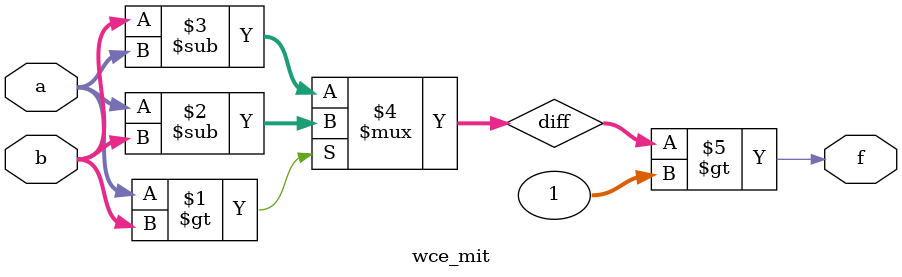
<source format=v>
module wce_mit(a, b, f);
parameter _bit = 9;
parameter wce = 1;
input [_bit - 1: 0] a;
input [_bit - 1: 0] b;
output f;
wire [_bit - 1: 0] diff;
assign diff = (a > b)? (a - b): (b - a);
assign f = (diff > wce);
endmodule

</source>
